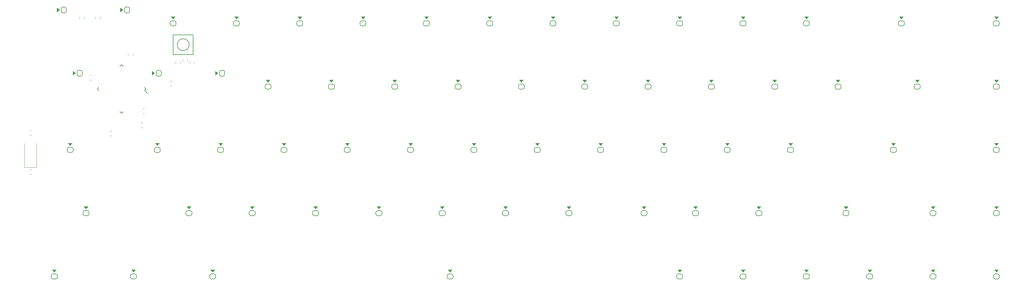
<source format=gbo>
%TF.GenerationSoftware,KiCad,Pcbnew,5.1.6-c6e7f7d~87~ubuntu20.04.1*%
%TF.CreationDate,2020-07-19T17:39:59-07:00*%
%TF.ProjectId,mrkeebstutorial,6d726b65-6562-4737-9475-746f7269616c,rev?*%
%TF.SameCoordinates,Original*%
%TF.FileFunction,Legend,Bot*%
%TF.FilePolarity,Positive*%
%FSLAX46Y46*%
G04 Gerber Fmt 4.6, Leading zero omitted, Abs format (unit mm)*
G04 Created by KiCad (PCBNEW 5.1.6-c6e7f7d~87~ubuntu20.04.1) date 2020-07-19 17:39:59*
%MOMM*%
%LPD*%
G01*
G04 APERTURE LIST*
%ADD10C,0.150000*%
%ADD11C,0.120000*%
%ADD12C,0.100000*%
G04 APERTURE END LIST*
D10*
%TO.C,SWP1*%
X-375000000Y329437500D02*
X-369000000Y329437500D01*
X-369000000Y329437500D02*
X-369000000Y335437500D01*
X-369000000Y335437500D02*
X-375000000Y335437500D01*
X-375000000Y335437500D02*
X-375000000Y329437500D01*
X-370203949Y332437500D02*
G75*
G03*
X-370203949Y332437500I-1796051J0D01*
G01*
D11*
%TO.C,R5*%
X-375930002Y321522500D02*
X-375407498Y321522500D01*
X-375930002Y320102500D02*
X-375407498Y320102500D01*
%TO.C,R4*%
X-398378750Y340257498D02*
X-398378750Y340780002D01*
X-396958750Y340257498D02*
X-396958750Y340780002D01*
%TO.C,R3*%
X-403141250Y340257498D02*
X-403141250Y340780002D01*
X-401721250Y340257498D02*
X-401721250Y340780002D01*
%TO.C,R2*%
X-369991250Y326844998D02*
X-369991250Y327367502D01*
X-368571250Y326844998D02*
X-368571250Y327367502D01*
%TO.C,R1*%
X-372883750Y327367502D02*
X-372883750Y326844998D01*
X-374303750Y327367502D02*
X-374303750Y326844998D01*
D10*
%TO.C,U1*%
X-383206445Y319087500D02*
X-383613031Y318680914D01*
X-390525000Y326406055D02*
X-391002297Y325928758D01*
X-397843555Y319087500D02*
X-397366258Y319564797D01*
X-390525000Y311768945D02*
X-390047703Y312246242D01*
X-383206445Y319087500D02*
X-383683742Y319564797D01*
X-390525000Y311768945D02*
X-391002297Y312246242D01*
X-397843555Y319087500D02*
X-397366258Y318610203D01*
X-390525000Y326406055D02*
X-390047703Y325928758D01*
X-383613031Y318680914D02*
X-382711470Y317779352D01*
D11*
%TO.C,C5*%
X-370727500Y327401248D02*
X-370727500Y327923752D01*
X-372147500Y327401248D02*
X-372147500Y327923752D01*
D12*
%TO.C,D20*%
G36*
X-327421875Y321068750D02*
G01*
X-326821875Y321868750D01*
X-328021875Y321868750D01*
X-327421875Y321068750D01*
G37*
X-327421875Y321068750D02*
X-326821875Y321868750D01*
X-328021875Y321868750D01*
X-327421875Y321068750D01*
D10*
X-328321875Y320068712D02*
X-328321875Y319568750D01*
X-327021875Y319068750D02*
X-327821875Y319068750D01*
X-326521875Y319568788D02*
X-326521875Y320068750D01*
X-327021875Y320568750D02*
X-327821875Y320568750D01*
X-326521875Y320068750D02*
G75*
G03*
X-327021875Y320568750I-500000J0D01*
G01*
X-327021875Y319068750D02*
G75*
G03*
X-326521875Y319568750I0J500000D01*
G01*
X-328321875Y319568750D02*
G75*
G03*
X-327821875Y319068750I500000J0D01*
G01*
X-327821875Y320568750D02*
G75*
G03*
X-328321875Y320068750I0J-500000D01*
G01*
D12*
%TO.C,D68*%
G36*
X-127396875Y263918750D02*
G01*
X-126796875Y264718750D01*
X-127996875Y264718750D01*
X-127396875Y263918750D01*
G37*
X-127396875Y263918750D02*
X-126796875Y264718750D01*
X-127996875Y264718750D01*
X-127396875Y263918750D01*
D10*
X-128296875Y262918712D02*
X-128296875Y262418750D01*
X-126996875Y261918750D02*
X-127796875Y261918750D01*
X-126496875Y262418788D02*
X-126496875Y262918750D01*
X-126996875Y263418750D02*
X-127796875Y263418750D01*
X-126496875Y262918750D02*
G75*
G03*
X-126996875Y263418750I-500000J0D01*
G01*
X-126996875Y261918750D02*
G75*
G03*
X-126496875Y262418750I0J500000D01*
G01*
X-128296875Y262418750D02*
G75*
G03*
X-127796875Y261918750I500000J0D01*
G01*
X-127796875Y263418750D02*
G75*
G03*
X-128296875Y262918750I0J-500000D01*
G01*
D12*
%TO.C,D67*%
G36*
X-146446875Y263918750D02*
G01*
X-145846875Y264718750D01*
X-147046875Y264718750D01*
X-146446875Y263918750D01*
G37*
X-146446875Y263918750D02*
X-145846875Y264718750D01*
X-147046875Y264718750D01*
X-146446875Y263918750D01*
D10*
X-147346875Y262918712D02*
X-147346875Y262418750D01*
X-146046875Y261918750D02*
X-146846875Y261918750D01*
X-145546875Y262418788D02*
X-145546875Y262918750D01*
X-146046875Y263418750D02*
X-146846875Y263418750D01*
X-145546875Y262918750D02*
G75*
G03*
X-146046875Y263418750I-500000J0D01*
G01*
X-146046875Y261918750D02*
G75*
G03*
X-145546875Y262418750I0J500000D01*
G01*
X-147346875Y262418750D02*
G75*
G03*
X-146846875Y261918750I500000J0D01*
G01*
X-146846875Y263418750D02*
G75*
G03*
X-147346875Y262918750I0J-500000D01*
G01*
D12*
%TO.C,D66*%
G36*
X-165496875Y263918750D02*
G01*
X-164896875Y264718750D01*
X-166096875Y264718750D01*
X-165496875Y263918750D01*
G37*
X-165496875Y263918750D02*
X-164896875Y264718750D01*
X-166096875Y264718750D01*
X-165496875Y263918750D01*
D10*
X-166396875Y262918712D02*
X-166396875Y262418750D01*
X-165096875Y261918750D02*
X-165896875Y261918750D01*
X-164596875Y262418788D02*
X-164596875Y262918750D01*
X-165096875Y263418750D02*
X-165896875Y263418750D01*
X-164596875Y262918750D02*
G75*
G03*
X-165096875Y263418750I-500000J0D01*
G01*
X-165096875Y261918750D02*
G75*
G03*
X-164596875Y262418750I0J500000D01*
G01*
X-166396875Y262418750D02*
G75*
G03*
X-165896875Y261918750I500000J0D01*
G01*
X-165896875Y263418750D02*
G75*
G03*
X-166396875Y262918750I0J-500000D01*
G01*
D12*
%TO.C,D65*%
G36*
X-184546875Y263918750D02*
G01*
X-183946875Y264718750D01*
X-185146875Y264718750D01*
X-184546875Y263918750D01*
G37*
X-184546875Y263918750D02*
X-183946875Y264718750D01*
X-185146875Y264718750D01*
X-184546875Y263918750D01*
D10*
X-185446875Y262918712D02*
X-185446875Y262418750D01*
X-184146875Y261918750D02*
X-184946875Y261918750D01*
X-183646875Y262418788D02*
X-183646875Y262918750D01*
X-184146875Y263418750D02*
X-184946875Y263418750D01*
X-183646875Y262918750D02*
G75*
G03*
X-184146875Y263418750I-500000J0D01*
G01*
X-184146875Y261918750D02*
G75*
G03*
X-183646875Y262418750I0J500000D01*
G01*
X-185446875Y262418750D02*
G75*
G03*
X-184946875Y261918750I500000J0D01*
G01*
X-184946875Y263418750D02*
G75*
G03*
X-185446875Y262918750I0J-500000D01*
G01*
D12*
%TO.C,D64*%
G36*
X-203596875Y263918750D02*
G01*
X-202996875Y264718750D01*
X-204196875Y264718750D01*
X-203596875Y263918750D01*
G37*
X-203596875Y263918750D02*
X-202996875Y264718750D01*
X-204196875Y264718750D01*
X-203596875Y263918750D01*
D10*
X-204496875Y262918712D02*
X-204496875Y262418750D01*
X-203196875Y261918750D02*
X-203996875Y261918750D01*
X-202696875Y262418788D02*
X-202696875Y262918750D01*
X-203196875Y263418750D02*
X-203996875Y263418750D01*
X-202696875Y262918750D02*
G75*
G03*
X-203196875Y263418750I-500000J0D01*
G01*
X-203196875Y261918750D02*
G75*
G03*
X-202696875Y262418750I0J500000D01*
G01*
X-204496875Y262418750D02*
G75*
G03*
X-203996875Y261918750I500000J0D01*
G01*
X-203996875Y263418750D02*
G75*
G03*
X-204496875Y262918750I0J-500000D01*
G01*
D12*
%TO.C,D63*%
G36*
X-222646875Y263918750D02*
G01*
X-222046875Y264718750D01*
X-223246875Y264718750D01*
X-222646875Y263918750D01*
G37*
X-222646875Y263918750D02*
X-222046875Y264718750D01*
X-223246875Y264718750D01*
X-222646875Y263918750D01*
D10*
X-223546875Y262918712D02*
X-223546875Y262418750D01*
X-222246875Y261918750D02*
X-223046875Y261918750D01*
X-221746875Y262418788D02*
X-221746875Y262918750D01*
X-222246875Y263418750D02*
X-223046875Y263418750D01*
X-221746875Y262918750D02*
G75*
G03*
X-222246875Y263418750I-500000J0D01*
G01*
X-222246875Y261918750D02*
G75*
G03*
X-221746875Y262418750I0J500000D01*
G01*
X-223546875Y262418750D02*
G75*
G03*
X-223046875Y261918750I500000J0D01*
G01*
X-223046875Y263418750D02*
G75*
G03*
X-223546875Y262918750I0J-500000D01*
G01*
D12*
%TO.C,D62*%
G36*
X-291703125Y263918750D02*
G01*
X-291103125Y264718750D01*
X-292303125Y264718750D01*
X-291703125Y263918750D01*
G37*
X-291703125Y263918750D02*
X-291103125Y264718750D01*
X-292303125Y264718750D01*
X-291703125Y263918750D01*
D10*
X-292603125Y262918712D02*
X-292603125Y262418750D01*
X-291303125Y261918750D02*
X-292103125Y261918750D01*
X-290803125Y262418788D02*
X-290803125Y262918750D01*
X-291303125Y263418750D02*
X-292103125Y263418750D01*
X-290803125Y262918750D02*
G75*
G03*
X-291303125Y263418750I-500000J0D01*
G01*
X-291303125Y261918750D02*
G75*
G03*
X-290803125Y262418750I0J500000D01*
G01*
X-292603125Y262418750D02*
G75*
G03*
X-292103125Y261918750I500000J0D01*
G01*
X-292103125Y263418750D02*
G75*
G03*
X-292603125Y262918750I0J-500000D01*
G01*
D12*
%TO.C,D61*%
G36*
X-363140625Y263918750D02*
G01*
X-362540625Y264718750D01*
X-363740625Y264718750D01*
X-363140625Y263918750D01*
G37*
X-363140625Y263918750D02*
X-362540625Y264718750D01*
X-363740625Y264718750D01*
X-363140625Y263918750D01*
D10*
X-364040625Y262918712D02*
X-364040625Y262418750D01*
X-362740625Y261918750D02*
X-363540625Y261918750D01*
X-362240625Y262418788D02*
X-362240625Y262918750D01*
X-362740625Y263418750D02*
X-363540625Y263418750D01*
X-362240625Y262918750D02*
G75*
G03*
X-362740625Y263418750I-500000J0D01*
G01*
X-362740625Y261918750D02*
G75*
G03*
X-362240625Y262418750I0J500000D01*
G01*
X-364040625Y262418750D02*
G75*
G03*
X-363540625Y261918750I500000J0D01*
G01*
X-363540625Y263418750D02*
G75*
G03*
X-364040625Y262918750I0J-500000D01*
G01*
D12*
%TO.C,D60*%
G36*
X-386953125Y263918750D02*
G01*
X-386353125Y264718750D01*
X-387553125Y264718750D01*
X-386953125Y263918750D01*
G37*
X-386953125Y263918750D02*
X-386353125Y264718750D01*
X-387553125Y264718750D01*
X-386953125Y263918750D01*
D10*
X-387853125Y262918712D02*
X-387853125Y262418750D01*
X-386553125Y261918750D02*
X-387353125Y261918750D01*
X-386053125Y262418788D02*
X-386053125Y262918750D01*
X-386553125Y263418750D02*
X-387353125Y263418750D01*
X-386053125Y262918750D02*
G75*
G03*
X-386553125Y263418750I-500000J0D01*
G01*
X-386553125Y261918750D02*
G75*
G03*
X-386053125Y262418750I0J500000D01*
G01*
X-387853125Y262418750D02*
G75*
G03*
X-387353125Y261918750I500000J0D01*
G01*
X-387353125Y263418750D02*
G75*
G03*
X-387853125Y262918750I0J-500000D01*
G01*
D12*
%TO.C,D59*%
G36*
X-410765625Y263918750D02*
G01*
X-410165625Y264718750D01*
X-411365625Y264718750D01*
X-410765625Y263918750D01*
G37*
X-410765625Y263918750D02*
X-410165625Y264718750D01*
X-411365625Y264718750D01*
X-410765625Y263918750D01*
D10*
X-411665625Y262918712D02*
X-411665625Y262418750D01*
X-410365625Y261918750D02*
X-411165625Y261918750D01*
X-409865625Y262418788D02*
X-409865625Y262918750D01*
X-410365625Y263418750D02*
X-411165625Y263418750D01*
X-409865625Y262918750D02*
G75*
G03*
X-410365625Y263418750I-500000J0D01*
G01*
X-410365625Y261918750D02*
G75*
G03*
X-409865625Y262418750I0J500000D01*
G01*
X-411665625Y262418750D02*
G75*
G03*
X-411165625Y261918750I500000J0D01*
G01*
X-411165625Y263418750D02*
G75*
G03*
X-411665625Y262918750I0J-500000D01*
G01*
D12*
%TO.C,D58*%
G36*
X-127396875Y282968750D02*
G01*
X-126796875Y283768750D01*
X-127996875Y283768750D01*
X-127396875Y282968750D01*
G37*
X-127396875Y282968750D02*
X-126796875Y283768750D01*
X-127996875Y283768750D01*
X-127396875Y282968750D01*
D10*
X-128296875Y281968712D02*
X-128296875Y281468750D01*
X-126996875Y280968750D02*
X-127796875Y280968750D01*
X-126496875Y281468788D02*
X-126496875Y281968750D01*
X-126996875Y282468750D02*
X-127796875Y282468750D01*
X-126496875Y281968750D02*
G75*
G03*
X-126996875Y282468750I-500000J0D01*
G01*
X-126996875Y280968750D02*
G75*
G03*
X-126496875Y281468750I0J500000D01*
G01*
X-128296875Y281468750D02*
G75*
G03*
X-127796875Y280968750I500000J0D01*
G01*
X-127796875Y282468750D02*
G75*
G03*
X-128296875Y281968750I0J-500000D01*
G01*
D12*
%TO.C,D57*%
G36*
X-146446875Y282968750D02*
G01*
X-145846875Y283768750D01*
X-147046875Y283768750D01*
X-146446875Y282968750D01*
G37*
X-146446875Y282968750D02*
X-145846875Y283768750D01*
X-147046875Y283768750D01*
X-146446875Y282968750D01*
D10*
X-147346875Y281968712D02*
X-147346875Y281468750D01*
X-146046875Y280968750D02*
X-146846875Y280968750D01*
X-145546875Y281468788D02*
X-145546875Y281968750D01*
X-146046875Y282468750D02*
X-146846875Y282468750D01*
X-145546875Y281968750D02*
G75*
G03*
X-146046875Y282468750I-500000J0D01*
G01*
X-146046875Y280968750D02*
G75*
G03*
X-145546875Y281468750I0J500000D01*
G01*
X-147346875Y281468750D02*
G75*
G03*
X-146846875Y280968750I500000J0D01*
G01*
X-146846875Y282468750D02*
G75*
G03*
X-147346875Y281968750I0J-500000D01*
G01*
D12*
%TO.C,D56*%
G36*
X-172640625Y282968750D02*
G01*
X-172040625Y283768750D01*
X-173240625Y283768750D01*
X-172640625Y282968750D01*
G37*
X-172640625Y282968750D02*
X-172040625Y283768750D01*
X-173240625Y283768750D01*
X-172640625Y282968750D01*
D10*
X-173540625Y281968712D02*
X-173540625Y281468750D01*
X-172240625Y280968750D02*
X-173040625Y280968750D01*
X-171740625Y281468788D02*
X-171740625Y281968750D01*
X-172240625Y282468750D02*
X-173040625Y282468750D01*
X-171740625Y281968750D02*
G75*
G03*
X-172240625Y282468750I-500000J0D01*
G01*
X-172240625Y280968750D02*
G75*
G03*
X-171740625Y281468750I0J500000D01*
G01*
X-173540625Y281468750D02*
G75*
G03*
X-173040625Y280968750I500000J0D01*
G01*
X-173040625Y282468750D02*
G75*
G03*
X-173540625Y281968750I0J-500000D01*
G01*
D12*
%TO.C,D55*%
G36*
X-198834375Y282968750D02*
G01*
X-198234375Y283768750D01*
X-199434375Y283768750D01*
X-198834375Y282968750D01*
G37*
X-198834375Y282968750D02*
X-198234375Y283768750D01*
X-199434375Y283768750D01*
X-198834375Y282968750D01*
D10*
X-199734375Y281968712D02*
X-199734375Y281468750D01*
X-198434375Y280968750D02*
X-199234375Y280968750D01*
X-197934375Y281468788D02*
X-197934375Y281968750D01*
X-198434375Y282468750D02*
X-199234375Y282468750D01*
X-197934375Y281968750D02*
G75*
G03*
X-198434375Y282468750I-500000J0D01*
G01*
X-198434375Y280968750D02*
G75*
G03*
X-197934375Y281468750I0J500000D01*
G01*
X-199734375Y281468750D02*
G75*
G03*
X-199234375Y280968750I500000J0D01*
G01*
X-199234375Y282468750D02*
G75*
G03*
X-199734375Y281968750I0J-500000D01*
G01*
D12*
%TO.C,D54*%
G36*
X-217884375Y282968750D02*
G01*
X-217284375Y283768750D01*
X-218484375Y283768750D01*
X-217884375Y282968750D01*
G37*
X-217884375Y282968750D02*
X-217284375Y283768750D01*
X-218484375Y283768750D01*
X-217884375Y282968750D01*
D10*
X-218784375Y281968712D02*
X-218784375Y281468750D01*
X-217484375Y280968750D02*
X-218284375Y280968750D01*
X-216984375Y281468788D02*
X-216984375Y281968750D01*
X-217484375Y282468750D02*
X-218284375Y282468750D01*
X-216984375Y281968750D02*
G75*
G03*
X-217484375Y282468750I-500000J0D01*
G01*
X-217484375Y280968750D02*
G75*
G03*
X-216984375Y281468750I0J500000D01*
G01*
X-218784375Y281468750D02*
G75*
G03*
X-218284375Y280968750I500000J0D01*
G01*
X-218284375Y282468750D02*
G75*
G03*
X-218784375Y281968750I0J-500000D01*
G01*
D12*
%TO.C,D53*%
G36*
X-233362500Y282968750D02*
G01*
X-232762500Y283768750D01*
X-233962500Y283768750D01*
X-233362500Y282968750D01*
G37*
X-233362500Y282968750D02*
X-232762500Y283768750D01*
X-233962500Y283768750D01*
X-233362500Y282968750D01*
D10*
X-234262500Y281968712D02*
X-234262500Y281468750D01*
X-232962500Y280968750D02*
X-233762500Y280968750D01*
X-232462500Y281468788D02*
X-232462500Y281968750D01*
X-232962500Y282468750D02*
X-233762500Y282468750D01*
X-232462500Y281968750D02*
G75*
G03*
X-232962500Y282468750I-500000J0D01*
G01*
X-232962500Y280968750D02*
G75*
G03*
X-232462500Y281468750I0J500000D01*
G01*
X-234262500Y281468750D02*
G75*
G03*
X-233762500Y280968750I500000J0D01*
G01*
X-233762500Y282468750D02*
G75*
G03*
X-234262500Y281968750I0J-500000D01*
G01*
D12*
%TO.C,D52*%
G36*
X-255984375Y282968750D02*
G01*
X-255384375Y283768750D01*
X-256584375Y283768750D01*
X-255984375Y282968750D01*
G37*
X-255984375Y282968750D02*
X-255384375Y283768750D01*
X-256584375Y283768750D01*
X-255984375Y282968750D01*
D10*
X-256884375Y281968712D02*
X-256884375Y281468750D01*
X-255584375Y280968750D02*
X-256384375Y280968750D01*
X-255084375Y281468788D02*
X-255084375Y281968750D01*
X-255584375Y282468750D02*
X-256384375Y282468750D01*
X-255084375Y281968750D02*
G75*
G03*
X-255584375Y282468750I-500000J0D01*
G01*
X-255584375Y280968750D02*
G75*
G03*
X-255084375Y281468750I0J500000D01*
G01*
X-256884375Y281468750D02*
G75*
G03*
X-256384375Y280968750I500000J0D01*
G01*
X-256384375Y282468750D02*
G75*
G03*
X-256884375Y281968750I0J-500000D01*
G01*
D12*
%TO.C,D51*%
G36*
X-275034375Y282968750D02*
G01*
X-274434375Y283768750D01*
X-275634375Y283768750D01*
X-275034375Y282968750D01*
G37*
X-275034375Y282968750D02*
X-274434375Y283768750D01*
X-275634375Y283768750D01*
X-275034375Y282968750D01*
D10*
X-275934375Y281968712D02*
X-275934375Y281468750D01*
X-274634375Y280968750D02*
X-275434375Y280968750D01*
X-274134375Y281468788D02*
X-274134375Y281968750D01*
X-274634375Y282468750D02*
X-275434375Y282468750D01*
X-274134375Y281968750D02*
G75*
G03*
X-274634375Y282468750I-500000J0D01*
G01*
X-274634375Y280968750D02*
G75*
G03*
X-274134375Y281468750I0J500000D01*
G01*
X-275934375Y281468750D02*
G75*
G03*
X-275434375Y280968750I500000J0D01*
G01*
X-275434375Y282468750D02*
G75*
G03*
X-275934375Y281968750I0J-500000D01*
G01*
D12*
%TO.C,D50*%
G36*
X-294084375Y282968750D02*
G01*
X-293484375Y283768750D01*
X-294684375Y283768750D01*
X-294084375Y282968750D01*
G37*
X-294084375Y282968750D02*
X-293484375Y283768750D01*
X-294684375Y283768750D01*
X-294084375Y282968750D01*
D10*
X-294984375Y281968712D02*
X-294984375Y281468750D01*
X-293684375Y280968750D02*
X-294484375Y280968750D01*
X-293184375Y281468788D02*
X-293184375Y281968750D01*
X-293684375Y282468750D02*
X-294484375Y282468750D01*
X-293184375Y281968750D02*
G75*
G03*
X-293684375Y282468750I-500000J0D01*
G01*
X-293684375Y280968750D02*
G75*
G03*
X-293184375Y281468750I0J500000D01*
G01*
X-294984375Y281468750D02*
G75*
G03*
X-294484375Y280968750I500000J0D01*
G01*
X-294484375Y282468750D02*
G75*
G03*
X-294984375Y281968750I0J-500000D01*
G01*
D12*
%TO.C,D49*%
G36*
X-313134375Y282968750D02*
G01*
X-312534375Y283768750D01*
X-313734375Y283768750D01*
X-313134375Y282968750D01*
G37*
X-313134375Y282968750D02*
X-312534375Y283768750D01*
X-313734375Y283768750D01*
X-313134375Y282968750D01*
D10*
X-314034375Y281968712D02*
X-314034375Y281468750D01*
X-312734375Y280968750D02*
X-313534375Y280968750D01*
X-312234375Y281468788D02*
X-312234375Y281968750D01*
X-312734375Y282468750D02*
X-313534375Y282468750D01*
X-312234375Y281968750D02*
G75*
G03*
X-312734375Y282468750I-500000J0D01*
G01*
X-312734375Y280968750D02*
G75*
G03*
X-312234375Y281468750I0J500000D01*
G01*
X-314034375Y281468750D02*
G75*
G03*
X-313534375Y280968750I500000J0D01*
G01*
X-313534375Y282468750D02*
G75*
G03*
X-314034375Y281968750I0J-500000D01*
G01*
D12*
%TO.C,D48*%
G36*
X-332184375Y282968750D02*
G01*
X-331584375Y283768750D01*
X-332784375Y283768750D01*
X-332184375Y282968750D01*
G37*
X-332184375Y282968750D02*
X-331584375Y283768750D01*
X-332784375Y283768750D01*
X-332184375Y282968750D01*
D10*
X-333084375Y281968712D02*
X-333084375Y281468750D01*
X-331784375Y280968750D02*
X-332584375Y280968750D01*
X-331284375Y281468788D02*
X-331284375Y281968750D01*
X-331784375Y282468750D02*
X-332584375Y282468750D01*
X-331284375Y281968750D02*
G75*
G03*
X-331784375Y282468750I-500000J0D01*
G01*
X-331784375Y280968750D02*
G75*
G03*
X-331284375Y281468750I0J500000D01*
G01*
X-333084375Y281468750D02*
G75*
G03*
X-332584375Y280968750I500000J0D01*
G01*
X-332584375Y282468750D02*
G75*
G03*
X-333084375Y281968750I0J-500000D01*
G01*
D12*
%TO.C,D47*%
G36*
X-351234375Y282968750D02*
G01*
X-350634375Y283768750D01*
X-351834375Y283768750D01*
X-351234375Y282968750D01*
G37*
X-351234375Y282968750D02*
X-350634375Y283768750D01*
X-351834375Y283768750D01*
X-351234375Y282968750D01*
D10*
X-352134375Y281968712D02*
X-352134375Y281468750D01*
X-350834375Y280968750D02*
X-351634375Y280968750D01*
X-350334375Y281468788D02*
X-350334375Y281968750D01*
X-350834375Y282468750D02*
X-351634375Y282468750D01*
X-350334375Y281968750D02*
G75*
G03*
X-350834375Y282468750I-500000J0D01*
G01*
X-350834375Y280968750D02*
G75*
G03*
X-350334375Y281468750I0J500000D01*
G01*
X-352134375Y281468750D02*
G75*
G03*
X-351634375Y280968750I500000J0D01*
G01*
X-351634375Y282468750D02*
G75*
G03*
X-352134375Y281968750I0J-500000D01*
G01*
D12*
%TO.C,D46*%
G36*
X-370284375Y282968750D02*
G01*
X-369684375Y283768750D01*
X-370884375Y283768750D01*
X-370284375Y282968750D01*
G37*
X-370284375Y282968750D02*
X-369684375Y283768750D01*
X-370884375Y283768750D01*
X-370284375Y282968750D01*
D10*
X-371184375Y281968712D02*
X-371184375Y281468750D01*
X-369884375Y280968750D02*
X-370684375Y280968750D01*
X-369384375Y281468788D02*
X-369384375Y281968750D01*
X-369884375Y282468750D02*
X-370684375Y282468750D01*
X-369384375Y281968750D02*
G75*
G03*
X-369884375Y282468750I-500000J0D01*
G01*
X-369884375Y280968750D02*
G75*
G03*
X-369384375Y281468750I0J500000D01*
G01*
X-371184375Y281468750D02*
G75*
G03*
X-370684375Y280968750I500000J0D01*
G01*
X-370684375Y282468750D02*
G75*
G03*
X-371184375Y281968750I0J-500000D01*
G01*
D12*
%TO.C,D45*%
G36*
X-401240625Y282968750D02*
G01*
X-400640625Y283768750D01*
X-401840625Y283768750D01*
X-401240625Y282968750D01*
G37*
X-401240625Y282968750D02*
X-400640625Y283768750D01*
X-401840625Y283768750D01*
X-401240625Y282968750D01*
D10*
X-402140625Y281968712D02*
X-402140625Y281468750D01*
X-400840625Y280968750D02*
X-401640625Y280968750D01*
X-400340625Y281468788D02*
X-400340625Y281968750D01*
X-400840625Y282468750D02*
X-401640625Y282468750D01*
X-400340625Y281968750D02*
G75*
G03*
X-400840625Y282468750I-500000J0D01*
G01*
X-400840625Y280968750D02*
G75*
G03*
X-400340625Y281468750I0J500000D01*
G01*
X-402140625Y281468750D02*
G75*
G03*
X-401640625Y280968750I500000J0D01*
G01*
X-401640625Y282468750D02*
G75*
G03*
X-402140625Y281968750I0J-500000D01*
G01*
D12*
%TO.C,D44*%
G36*
X-127396875Y302018750D02*
G01*
X-126796875Y302818750D01*
X-127996875Y302818750D01*
X-127396875Y302018750D01*
G37*
X-127396875Y302018750D02*
X-126796875Y302818750D01*
X-127996875Y302818750D01*
X-127396875Y302018750D01*
D10*
X-128296875Y301018712D02*
X-128296875Y300518750D01*
X-126996875Y300018750D02*
X-127796875Y300018750D01*
X-126496875Y300518788D02*
X-126496875Y301018750D01*
X-126996875Y301518750D02*
X-127796875Y301518750D01*
X-126496875Y301018750D02*
G75*
G03*
X-126996875Y301518750I-500000J0D01*
G01*
X-126996875Y300018750D02*
G75*
G03*
X-126496875Y300518750I0J500000D01*
G01*
X-128296875Y300518750D02*
G75*
G03*
X-127796875Y300018750I500000J0D01*
G01*
X-127796875Y301518750D02*
G75*
G03*
X-128296875Y301018750I0J-500000D01*
G01*
D12*
%TO.C,D43*%
G36*
X-158353125Y302018750D02*
G01*
X-157753125Y302818750D01*
X-158953125Y302818750D01*
X-158353125Y302018750D01*
G37*
X-158353125Y302018750D02*
X-157753125Y302818750D01*
X-158953125Y302818750D01*
X-158353125Y302018750D01*
D10*
X-159253125Y301018712D02*
X-159253125Y300518750D01*
X-157953125Y300018750D02*
X-158753125Y300018750D01*
X-157453125Y300518788D02*
X-157453125Y301018750D01*
X-157953125Y301518750D02*
X-158753125Y301518750D01*
X-157453125Y301018750D02*
G75*
G03*
X-157953125Y301518750I-500000J0D01*
G01*
X-157953125Y300018750D02*
G75*
G03*
X-157453125Y300518750I0J500000D01*
G01*
X-159253125Y300518750D02*
G75*
G03*
X-158753125Y300018750I500000J0D01*
G01*
X-158753125Y301518750D02*
G75*
G03*
X-159253125Y301018750I0J-500000D01*
G01*
D12*
%TO.C,D42*%
G36*
X-189309375Y302018750D02*
G01*
X-188709375Y302818750D01*
X-189909375Y302818750D01*
X-189309375Y302018750D01*
G37*
X-189309375Y302018750D02*
X-188709375Y302818750D01*
X-189909375Y302818750D01*
X-189309375Y302018750D01*
D10*
X-190209375Y301018712D02*
X-190209375Y300518750D01*
X-188909375Y300018750D02*
X-189709375Y300018750D01*
X-188409375Y300518788D02*
X-188409375Y301018750D01*
X-188909375Y301518750D02*
X-189709375Y301518750D01*
X-188409375Y301018750D02*
G75*
G03*
X-188909375Y301518750I-500000J0D01*
G01*
X-188909375Y300018750D02*
G75*
G03*
X-188409375Y300518750I0J500000D01*
G01*
X-190209375Y300518750D02*
G75*
G03*
X-189709375Y300018750I500000J0D01*
G01*
X-189709375Y301518750D02*
G75*
G03*
X-190209375Y301018750I0J-500000D01*
G01*
D12*
%TO.C,D41*%
G36*
X-208359375Y302018750D02*
G01*
X-207759375Y302818750D01*
X-208959375Y302818750D01*
X-208359375Y302018750D01*
G37*
X-208359375Y302018750D02*
X-207759375Y302818750D01*
X-208959375Y302818750D01*
X-208359375Y302018750D01*
D10*
X-209259375Y301018712D02*
X-209259375Y300518750D01*
X-207959375Y300018750D02*
X-208759375Y300018750D01*
X-207459375Y300518788D02*
X-207459375Y301018750D01*
X-207959375Y301518750D02*
X-208759375Y301518750D01*
X-207459375Y301018750D02*
G75*
G03*
X-207959375Y301518750I-500000J0D01*
G01*
X-207959375Y300018750D02*
G75*
G03*
X-207459375Y300518750I0J500000D01*
G01*
X-209259375Y300518750D02*
G75*
G03*
X-208759375Y300018750I500000J0D01*
G01*
X-208759375Y301518750D02*
G75*
G03*
X-209259375Y301018750I0J-500000D01*
G01*
D12*
%TO.C,D40*%
G36*
X-227409375Y302018750D02*
G01*
X-226809375Y302818750D01*
X-228009375Y302818750D01*
X-227409375Y302018750D01*
G37*
X-227409375Y302018750D02*
X-226809375Y302818750D01*
X-228009375Y302818750D01*
X-227409375Y302018750D01*
D10*
X-228309375Y301018712D02*
X-228309375Y300518750D01*
X-227009375Y300018750D02*
X-227809375Y300018750D01*
X-226509375Y300518788D02*
X-226509375Y301018750D01*
X-227009375Y301518750D02*
X-227809375Y301518750D01*
X-226509375Y301018750D02*
G75*
G03*
X-227009375Y301518750I-500000J0D01*
G01*
X-227009375Y300018750D02*
G75*
G03*
X-226509375Y300518750I0J500000D01*
G01*
X-228309375Y300518750D02*
G75*
G03*
X-227809375Y300018750I500000J0D01*
G01*
X-227809375Y301518750D02*
G75*
G03*
X-228309375Y301018750I0J-500000D01*
G01*
D12*
%TO.C,D39*%
G36*
X-246459375Y302018750D02*
G01*
X-245859375Y302818750D01*
X-247059375Y302818750D01*
X-246459375Y302018750D01*
G37*
X-246459375Y302018750D02*
X-245859375Y302818750D01*
X-247059375Y302818750D01*
X-246459375Y302018750D01*
D10*
X-247359375Y301018712D02*
X-247359375Y300518750D01*
X-246059375Y300018750D02*
X-246859375Y300018750D01*
X-245559375Y300518788D02*
X-245559375Y301018750D01*
X-246059375Y301518750D02*
X-246859375Y301518750D01*
X-245559375Y301018750D02*
G75*
G03*
X-246059375Y301518750I-500000J0D01*
G01*
X-246059375Y300018750D02*
G75*
G03*
X-245559375Y300518750I0J500000D01*
G01*
X-247359375Y300518750D02*
G75*
G03*
X-246859375Y300018750I500000J0D01*
G01*
X-246859375Y301518750D02*
G75*
G03*
X-247359375Y301018750I0J-500000D01*
G01*
D12*
%TO.C,D38*%
G36*
X-265509375Y302018750D02*
G01*
X-264909375Y302818750D01*
X-266109375Y302818750D01*
X-265509375Y302018750D01*
G37*
X-265509375Y302018750D02*
X-264909375Y302818750D01*
X-266109375Y302818750D01*
X-265509375Y302018750D01*
D10*
X-266409375Y301018712D02*
X-266409375Y300518750D01*
X-265109375Y300018750D02*
X-265909375Y300018750D01*
X-264609375Y300518788D02*
X-264609375Y301018750D01*
X-265109375Y301518750D02*
X-265909375Y301518750D01*
X-264609375Y301018750D02*
G75*
G03*
X-265109375Y301518750I-500000J0D01*
G01*
X-265109375Y300018750D02*
G75*
G03*
X-264609375Y300518750I0J500000D01*
G01*
X-266409375Y300518750D02*
G75*
G03*
X-265909375Y300018750I500000J0D01*
G01*
X-265909375Y301518750D02*
G75*
G03*
X-266409375Y301018750I0J-500000D01*
G01*
D12*
%TO.C,D37*%
G36*
X-284559375Y302018750D02*
G01*
X-283959375Y302818750D01*
X-285159375Y302818750D01*
X-284559375Y302018750D01*
G37*
X-284559375Y302018750D02*
X-283959375Y302818750D01*
X-285159375Y302818750D01*
X-284559375Y302018750D01*
D10*
X-285459375Y301018712D02*
X-285459375Y300518750D01*
X-284159375Y300018750D02*
X-284959375Y300018750D01*
X-283659375Y300518788D02*
X-283659375Y301018750D01*
X-284159375Y301518750D02*
X-284959375Y301518750D01*
X-283659375Y301018750D02*
G75*
G03*
X-284159375Y301518750I-500000J0D01*
G01*
X-284159375Y300018750D02*
G75*
G03*
X-283659375Y300518750I0J500000D01*
G01*
X-285459375Y300518750D02*
G75*
G03*
X-284959375Y300018750I500000J0D01*
G01*
X-284959375Y301518750D02*
G75*
G03*
X-285459375Y301018750I0J-500000D01*
G01*
D12*
%TO.C,D36*%
G36*
X-303609375Y302018750D02*
G01*
X-303009375Y302818750D01*
X-304209375Y302818750D01*
X-303609375Y302018750D01*
G37*
X-303609375Y302018750D02*
X-303009375Y302818750D01*
X-304209375Y302818750D01*
X-303609375Y302018750D01*
D10*
X-304509375Y301018712D02*
X-304509375Y300518750D01*
X-303209375Y300018750D02*
X-304009375Y300018750D01*
X-302709375Y300518788D02*
X-302709375Y301018750D01*
X-303209375Y301518750D02*
X-304009375Y301518750D01*
X-302709375Y301018750D02*
G75*
G03*
X-303209375Y301518750I-500000J0D01*
G01*
X-303209375Y300018750D02*
G75*
G03*
X-302709375Y300518750I0J500000D01*
G01*
X-304509375Y300518750D02*
G75*
G03*
X-304009375Y300018750I500000J0D01*
G01*
X-304009375Y301518750D02*
G75*
G03*
X-304509375Y301018750I0J-500000D01*
G01*
D12*
%TO.C,D35*%
G36*
X-322659375Y302018750D02*
G01*
X-322059375Y302818750D01*
X-323259375Y302818750D01*
X-322659375Y302018750D01*
G37*
X-322659375Y302018750D02*
X-322059375Y302818750D01*
X-323259375Y302818750D01*
X-322659375Y302018750D01*
D10*
X-323559375Y301018712D02*
X-323559375Y300518750D01*
X-322259375Y300018750D02*
X-323059375Y300018750D01*
X-321759375Y300518788D02*
X-321759375Y301018750D01*
X-322259375Y301518750D02*
X-323059375Y301518750D01*
X-321759375Y301018750D02*
G75*
G03*
X-322259375Y301518750I-500000J0D01*
G01*
X-322259375Y300018750D02*
G75*
G03*
X-321759375Y300518750I0J500000D01*
G01*
X-323559375Y300518750D02*
G75*
G03*
X-323059375Y300018750I500000J0D01*
G01*
X-323059375Y301518750D02*
G75*
G03*
X-323559375Y301018750I0J-500000D01*
G01*
D12*
%TO.C,D34*%
G36*
X-341709375Y302018750D02*
G01*
X-341109375Y302818750D01*
X-342309375Y302818750D01*
X-341709375Y302018750D01*
G37*
X-341709375Y302018750D02*
X-341109375Y302818750D01*
X-342309375Y302818750D01*
X-341709375Y302018750D01*
D10*
X-342609375Y301018712D02*
X-342609375Y300518750D01*
X-341309375Y300018750D02*
X-342109375Y300018750D01*
X-340809375Y300518788D02*
X-340809375Y301018750D01*
X-341309375Y301518750D02*
X-342109375Y301518750D01*
X-340809375Y301018750D02*
G75*
G03*
X-341309375Y301518750I-500000J0D01*
G01*
X-341309375Y300018750D02*
G75*
G03*
X-340809375Y300518750I0J500000D01*
G01*
X-342609375Y300518750D02*
G75*
G03*
X-342109375Y300018750I500000J0D01*
G01*
X-342109375Y301518750D02*
G75*
G03*
X-342609375Y301018750I0J-500000D01*
G01*
D12*
%TO.C,D33*%
G36*
X-360759375Y302018750D02*
G01*
X-360159375Y302818750D01*
X-361359375Y302818750D01*
X-360759375Y302018750D01*
G37*
X-360759375Y302018750D02*
X-360159375Y302818750D01*
X-361359375Y302818750D01*
X-360759375Y302018750D01*
D10*
X-361659375Y301018712D02*
X-361659375Y300518750D01*
X-360359375Y300018750D02*
X-361159375Y300018750D01*
X-359859375Y300518788D02*
X-359859375Y301018750D01*
X-360359375Y301518750D02*
X-361159375Y301518750D01*
X-359859375Y301018750D02*
G75*
G03*
X-360359375Y301518750I-500000J0D01*
G01*
X-360359375Y300018750D02*
G75*
G03*
X-359859375Y300518750I0J500000D01*
G01*
X-361659375Y300518750D02*
G75*
G03*
X-361159375Y300018750I500000J0D01*
G01*
X-361159375Y301518750D02*
G75*
G03*
X-361659375Y301018750I0J-500000D01*
G01*
D12*
%TO.C,D32*%
G36*
X-379809375Y302018750D02*
G01*
X-379209375Y302818750D01*
X-380409375Y302818750D01*
X-379809375Y302018750D01*
G37*
X-379809375Y302018750D02*
X-379209375Y302818750D01*
X-380409375Y302818750D01*
X-379809375Y302018750D01*
D10*
X-380709375Y301018712D02*
X-380709375Y300518750D01*
X-379409375Y300018750D02*
X-380209375Y300018750D01*
X-378909375Y300518788D02*
X-378909375Y301018750D01*
X-379409375Y301518750D02*
X-380209375Y301518750D01*
X-378909375Y301018750D02*
G75*
G03*
X-379409375Y301518750I-500000J0D01*
G01*
X-379409375Y300018750D02*
G75*
G03*
X-378909375Y300518750I0J500000D01*
G01*
X-380709375Y300518750D02*
G75*
G03*
X-380209375Y300018750I500000J0D01*
G01*
X-380209375Y301518750D02*
G75*
G03*
X-380709375Y301018750I0J-500000D01*
G01*
D12*
%TO.C,D31*%
G36*
X-406003125Y302018750D02*
G01*
X-405403125Y302818750D01*
X-406603125Y302818750D01*
X-406003125Y302018750D01*
G37*
X-406003125Y302018750D02*
X-405403125Y302818750D01*
X-406603125Y302818750D01*
X-406003125Y302018750D01*
D10*
X-406903125Y301018712D02*
X-406903125Y300518750D01*
X-405603125Y300018750D02*
X-406403125Y300018750D01*
X-405103125Y300518788D02*
X-405103125Y301018750D01*
X-405603125Y301518750D02*
X-406403125Y301518750D01*
X-405103125Y301018750D02*
G75*
G03*
X-405603125Y301518750I-500000J0D01*
G01*
X-405603125Y300018750D02*
G75*
G03*
X-405103125Y300518750I0J500000D01*
G01*
X-406903125Y300518750D02*
G75*
G03*
X-406403125Y300018750I500000J0D01*
G01*
X-406403125Y301518750D02*
G75*
G03*
X-406903125Y301018750I0J-500000D01*
G01*
D12*
%TO.C,D30*%
G36*
X-127396875Y321068750D02*
G01*
X-126796875Y321868750D01*
X-127996875Y321868750D01*
X-127396875Y321068750D01*
G37*
X-127396875Y321068750D02*
X-126796875Y321868750D01*
X-127996875Y321868750D01*
X-127396875Y321068750D01*
D10*
X-128296875Y320068712D02*
X-128296875Y319568750D01*
X-126996875Y319068750D02*
X-127796875Y319068750D01*
X-126496875Y319568788D02*
X-126496875Y320068750D01*
X-126996875Y320568750D02*
X-127796875Y320568750D01*
X-126496875Y320068750D02*
G75*
G03*
X-126996875Y320568750I-500000J0D01*
G01*
X-126996875Y319068750D02*
G75*
G03*
X-126496875Y319568750I0J500000D01*
G01*
X-128296875Y319568750D02*
G75*
G03*
X-127796875Y319068750I500000J0D01*
G01*
X-127796875Y320568750D02*
G75*
G03*
X-128296875Y320068750I0J-500000D01*
G01*
D12*
%TO.C,D29*%
G36*
X-151209375Y321068750D02*
G01*
X-150609375Y321868750D01*
X-151809375Y321868750D01*
X-151209375Y321068750D01*
G37*
X-151209375Y321068750D02*
X-150609375Y321868750D01*
X-151809375Y321868750D01*
X-151209375Y321068750D01*
D10*
X-152109375Y320068712D02*
X-152109375Y319568750D01*
X-150809375Y319068750D02*
X-151609375Y319068750D01*
X-150309375Y319568788D02*
X-150309375Y320068750D01*
X-150809375Y320568750D02*
X-151609375Y320568750D01*
X-150309375Y320068750D02*
G75*
G03*
X-150809375Y320568750I-500000J0D01*
G01*
X-150809375Y319068750D02*
G75*
G03*
X-150309375Y319568750I0J500000D01*
G01*
X-152109375Y319568750D02*
G75*
G03*
X-151609375Y319068750I500000J0D01*
G01*
X-151609375Y320568750D02*
G75*
G03*
X-152109375Y320068750I0J-500000D01*
G01*
D12*
%TO.C,D28*%
G36*
X-175021875Y321068750D02*
G01*
X-174421875Y321868750D01*
X-175621875Y321868750D01*
X-175021875Y321068750D01*
G37*
X-175021875Y321068750D02*
X-174421875Y321868750D01*
X-175621875Y321868750D01*
X-175021875Y321068750D01*
D10*
X-175921875Y320068712D02*
X-175921875Y319568750D01*
X-174621875Y319068750D02*
X-175421875Y319068750D01*
X-174121875Y319568788D02*
X-174121875Y320068750D01*
X-174621875Y320568750D02*
X-175421875Y320568750D01*
X-174121875Y320068750D02*
G75*
G03*
X-174621875Y320568750I-500000J0D01*
G01*
X-174621875Y319068750D02*
G75*
G03*
X-174121875Y319568750I0J500000D01*
G01*
X-175921875Y319568750D02*
G75*
G03*
X-175421875Y319068750I500000J0D01*
G01*
X-175421875Y320568750D02*
G75*
G03*
X-175921875Y320068750I0J-500000D01*
G01*
D12*
%TO.C,D27*%
G36*
X-194071875Y321068750D02*
G01*
X-193471875Y321868750D01*
X-194671875Y321868750D01*
X-194071875Y321068750D01*
G37*
X-194071875Y321068750D02*
X-193471875Y321868750D01*
X-194671875Y321868750D01*
X-194071875Y321068750D01*
D10*
X-194971875Y320068712D02*
X-194971875Y319568750D01*
X-193671875Y319068750D02*
X-194471875Y319068750D01*
X-193171875Y319568788D02*
X-193171875Y320068750D01*
X-193671875Y320568750D02*
X-194471875Y320568750D01*
X-193171875Y320068750D02*
G75*
G03*
X-193671875Y320568750I-500000J0D01*
G01*
X-193671875Y319068750D02*
G75*
G03*
X-193171875Y319568750I0J500000D01*
G01*
X-194971875Y319568750D02*
G75*
G03*
X-194471875Y319068750I500000J0D01*
G01*
X-194471875Y320568750D02*
G75*
G03*
X-194971875Y320068750I0J-500000D01*
G01*
D12*
%TO.C,D26*%
G36*
X-213121875Y321068750D02*
G01*
X-212521875Y321868750D01*
X-213721875Y321868750D01*
X-213121875Y321068750D01*
G37*
X-213121875Y321068750D02*
X-212521875Y321868750D01*
X-213721875Y321868750D01*
X-213121875Y321068750D01*
D10*
X-214021875Y320068712D02*
X-214021875Y319568750D01*
X-212721875Y319068750D02*
X-213521875Y319068750D01*
X-212221875Y319568788D02*
X-212221875Y320068750D01*
X-212721875Y320568750D02*
X-213521875Y320568750D01*
X-212221875Y320068750D02*
G75*
G03*
X-212721875Y320568750I-500000J0D01*
G01*
X-212721875Y319068750D02*
G75*
G03*
X-212221875Y319568750I0J500000D01*
G01*
X-214021875Y319568750D02*
G75*
G03*
X-213521875Y319068750I500000J0D01*
G01*
X-213521875Y320568750D02*
G75*
G03*
X-214021875Y320068750I0J-500000D01*
G01*
D12*
%TO.C,D25*%
G36*
X-232171875Y321068750D02*
G01*
X-231571875Y321868750D01*
X-232771875Y321868750D01*
X-232171875Y321068750D01*
G37*
X-232171875Y321068750D02*
X-231571875Y321868750D01*
X-232771875Y321868750D01*
X-232171875Y321068750D01*
D10*
X-233071875Y320068712D02*
X-233071875Y319568750D01*
X-231771875Y319068750D02*
X-232571875Y319068750D01*
X-231271875Y319568788D02*
X-231271875Y320068750D01*
X-231771875Y320568750D02*
X-232571875Y320568750D01*
X-231271875Y320068750D02*
G75*
G03*
X-231771875Y320568750I-500000J0D01*
G01*
X-231771875Y319068750D02*
G75*
G03*
X-231271875Y319568750I0J500000D01*
G01*
X-233071875Y319568750D02*
G75*
G03*
X-232571875Y319068750I500000J0D01*
G01*
X-232571875Y320568750D02*
G75*
G03*
X-233071875Y320068750I0J-500000D01*
G01*
D12*
%TO.C,D24*%
G36*
X-251221875Y321068750D02*
G01*
X-250621875Y321868750D01*
X-251821875Y321868750D01*
X-251221875Y321068750D01*
G37*
X-251221875Y321068750D02*
X-250621875Y321868750D01*
X-251821875Y321868750D01*
X-251221875Y321068750D01*
D10*
X-252121875Y320068712D02*
X-252121875Y319568750D01*
X-250821875Y319068750D02*
X-251621875Y319068750D01*
X-250321875Y319568788D02*
X-250321875Y320068750D01*
X-250821875Y320568750D02*
X-251621875Y320568750D01*
X-250321875Y320068750D02*
G75*
G03*
X-250821875Y320568750I-500000J0D01*
G01*
X-250821875Y319068750D02*
G75*
G03*
X-250321875Y319568750I0J500000D01*
G01*
X-252121875Y319568750D02*
G75*
G03*
X-251621875Y319068750I500000J0D01*
G01*
X-251621875Y320568750D02*
G75*
G03*
X-252121875Y320068750I0J-500000D01*
G01*
D12*
%TO.C,D23*%
G36*
X-270271875Y321068750D02*
G01*
X-269671875Y321868750D01*
X-270871875Y321868750D01*
X-270271875Y321068750D01*
G37*
X-270271875Y321068750D02*
X-269671875Y321868750D01*
X-270871875Y321868750D01*
X-270271875Y321068750D01*
D10*
X-271171875Y320068712D02*
X-271171875Y319568750D01*
X-269871875Y319068750D02*
X-270671875Y319068750D01*
X-269371875Y319568788D02*
X-269371875Y320068750D01*
X-269871875Y320568750D02*
X-270671875Y320568750D01*
X-269371875Y320068750D02*
G75*
G03*
X-269871875Y320568750I-500000J0D01*
G01*
X-269871875Y319068750D02*
G75*
G03*
X-269371875Y319568750I0J500000D01*
G01*
X-271171875Y319568750D02*
G75*
G03*
X-270671875Y319068750I500000J0D01*
G01*
X-270671875Y320568750D02*
G75*
G03*
X-271171875Y320068750I0J-500000D01*
G01*
D12*
%TO.C,D22*%
G36*
X-289321875Y321068750D02*
G01*
X-288721875Y321868750D01*
X-289921875Y321868750D01*
X-289321875Y321068750D01*
G37*
X-289321875Y321068750D02*
X-288721875Y321868750D01*
X-289921875Y321868750D01*
X-289321875Y321068750D01*
D10*
X-290221875Y320068712D02*
X-290221875Y319568750D01*
X-288921875Y319068750D02*
X-289721875Y319068750D01*
X-288421875Y319568788D02*
X-288421875Y320068750D01*
X-288921875Y320568750D02*
X-289721875Y320568750D01*
X-288421875Y320068750D02*
G75*
G03*
X-288921875Y320568750I-500000J0D01*
G01*
X-288921875Y319068750D02*
G75*
G03*
X-288421875Y319568750I0J500000D01*
G01*
X-290221875Y319568750D02*
G75*
G03*
X-289721875Y319068750I500000J0D01*
G01*
X-289721875Y320568750D02*
G75*
G03*
X-290221875Y320068750I0J-500000D01*
G01*
D12*
%TO.C,D21*%
G36*
X-308371875Y321068750D02*
G01*
X-307771875Y321868750D01*
X-308971875Y321868750D01*
X-308371875Y321068750D01*
G37*
X-308371875Y321068750D02*
X-307771875Y321868750D01*
X-308971875Y321868750D01*
X-308371875Y321068750D01*
D10*
X-309271875Y320068712D02*
X-309271875Y319568750D01*
X-307971875Y319068750D02*
X-308771875Y319068750D01*
X-307471875Y319568788D02*
X-307471875Y320068750D01*
X-307971875Y320568750D02*
X-308771875Y320568750D01*
X-307471875Y320068750D02*
G75*
G03*
X-307971875Y320568750I-500000J0D01*
G01*
X-307971875Y319068750D02*
G75*
G03*
X-307471875Y319568750I0J500000D01*
G01*
X-309271875Y319568750D02*
G75*
G03*
X-308771875Y319068750I500000J0D01*
G01*
X-308771875Y320568750D02*
G75*
G03*
X-309271875Y320068750I0J-500000D01*
G01*
D12*
%TO.C,D19*%
G36*
X-346471875Y321068750D02*
G01*
X-345871875Y321868750D01*
X-347071875Y321868750D01*
X-346471875Y321068750D01*
G37*
X-346471875Y321068750D02*
X-345871875Y321868750D01*
X-347071875Y321868750D01*
X-346471875Y321068750D01*
D10*
X-347371875Y320068712D02*
X-347371875Y319568750D01*
X-346071875Y319068750D02*
X-346871875Y319068750D01*
X-345571875Y319568788D02*
X-345571875Y320068750D01*
X-346071875Y320568750D02*
X-346871875Y320568750D01*
X-345571875Y320068750D02*
G75*
G03*
X-346071875Y320568750I-500000J0D01*
G01*
X-346071875Y319068750D02*
G75*
G03*
X-345571875Y319568750I0J500000D01*
G01*
X-347371875Y319568750D02*
G75*
G03*
X-346871875Y319068750I500000J0D01*
G01*
X-346871875Y320568750D02*
G75*
G03*
X-347371875Y320068750I0J-500000D01*
G01*
D12*
%TO.C,D18*%
G36*
X-361550000Y323850000D02*
G01*
X-362350000Y324450000D01*
X-362350000Y323250000D01*
X-361550000Y323850000D01*
G37*
X-361550000Y323850000D02*
X-362350000Y324450000D01*
X-362350000Y323250000D01*
X-361550000Y323850000D01*
D10*
X-360549962Y322950000D02*
X-360050000Y322950000D01*
X-359550000Y324250000D02*
X-359550000Y323450000D01*
X-360050038Y324750000D02*
X-360550000Y324750000D01*
X-361050000Y324250000D02*
X-361050000Y323450000D01*
X-360550000Y324750000D02*
G75*
G03*
X-361050000Y324250000I0J-500000D01*
G01*
X-359550000Y324250000D02*
G75*
G03*
X-360050000Y324750000I-500000J0D01*
G01*
X-360050000Y322950000D02*
G75*
G03*
X-359550000Y323450000I0J500000D01*
G01*
X-361050000Y323450000D02*
G75*
G03*
X-360550000Y322950000I500000J0D01*
G01*
D12*
%TO.C,D17*%
G36*
X-380600000Y323850000D02*
G01*
X-381400000Y324450000D01*
X-381400000Y323250000D01*
X-380600000Y323850000D01*
G37*
X-380600000Y323850000D02*
X-381400000Y324450000D01*
X-381400000Y323250000D01*
X-380600000Y323850000D01*
D10*
X-379599962Y322950000D02*
X-379100000Y322950000D01*
X-378600000Y324250000D02*
X-378600000Y323450000D01*
X-379100038Y324750000D02*
X-379600000Y324750000D01*
X-380100000Y324250000D02*
X-380100000Y323450000D01*
X-379600000Y324750000D02*
G75*
G03*
X-380100000Y324250000I0J-500000D01*
G01*
X-378600000Y324250000D02*
G75*
G03*
X-379100000Y324750000I-500000J0D01*
G01*
X-379100000Y322950000D02*
G75*
G03*
X-378600000Y323450000I0J500000D01*
G01*
X-380100000Y323450000D02*
G75*
G03*
X-379600000Y322950000I500000J0D01*
G01*
D12*
%TO.C,D16*%
G36*
X-404412500Y323850000D02*
G01*
X-405212500Y324450000D01*
X-405212500Y323250000D01*
X-404412500Y323850000D01*
G37*
X-404412500Y323850000D02*
X-405212500Y324450000D01*
X-405212500Y323250000D01*
X-404412500Y323850000D01*
D10*
X-403412462Y322950000D02*
X-402912500Y322950000D01*
X-402412500Y324250000D02*
X-402412500Y323450000D01*
X-402912538Y324750000D02*
X-403412500Y324750000D01*
X-403912500Y324250000D02*
X-403912500Y323450000D01*
X-403412500Y324750000D02*
G75*
G03*
X-403912500Y324250000I0J-500000D01*
G01*
X-402412500Y324250000D02*
G75*
G03*
X-402912500Y324750000I-500000J0D01*
G01*
X-402912500Y322950000D02*
G75*
G03*
X-402412500Y323450000I0J500000D01*
G01*
X-403912500Y323450000D02*
G75*
G03*
X-403412500Y322950000I500000J0D01*
G01*
D12*
%TO.C,D15*%
G36*
X-127396875Y340118750D02*
G01*
X-126796875Y340918750D01*
X-127996875Y340918750D01*
X-127396875Y340118750D01*
G37*
X-127396875Y340118750D02*
X-126796875Y340918750D01*
X-127996875Y340918750D01*
X-127396875Y340118750D01*
D10*
X-128296875Y339118712D02*
X-128296875Y338618750D01*
X-126996875Y338118750D02*
X-127796875Y338118750D01*
X-126496875Y338618788D02*
X-126496875Y339118750D01*
X-126996875Y339618750D02*
X-127796875Y339618750D01*
X-126496875Y339118750D02*
G75*
G03*
X-126996875Y339618750I-500000J0D01*
G01*
X-126996875Y338118750D02*
G75*
G03*
X-126496875Y338618750I0J500000D01*
G01*
X-128296875Y338618750D02*
G75*
G03*
X-127796875Y338118750I500000J0D01*
G01*
X-127796875Y339618750D02*
G75*
G03*
X-128296875Y339118750I0J-500000D01*
G01*
D12*
%TO.C,D14*%
G36*
X-155971875Y340118750D02*
G01*
X-155371875Y340918750D01*
X-156571875Y340918750D01*
X-155971875Y340118750D01*
G37*
X-155971875Y340118750D02*
X-155371875Y340918750D01*
X-156571875Y340918750D01*
X-155971875Y340118750D01*
D10*
X-156871875Y339118712D02*
X-156871875Y338618750D01*
X-155571875Y338118750D02*
X-156371875Y338118750D01*
X-155071875Y338618788D02*
X-155071875Y339118750D01*
X-155571875Y339618750D02*
X-156371875Y339618750D01*
X-155071875Y339118750D02*
G75*
G03*
X-155571875Y339618750I-500000J0D01*
G01*
X-155571875Y338118750D02*
G75*
G03*
X-155071875Y338618750I0J500000D01*
G01*
X-156871875Y338618750D02*
G75*
G03*
X-156371875Y338118750I500000J0D01*
G01*
X-156371875Y339618750D02*
G75*
G03*
X-156871875Y339118750I0J-500000D01*
G01*
D12*
%TO.C,D13*%
G36*
X-184546875Y340118750D02*
G01*
X-183946875Y340918750D01*
X-185146875Y340918750D01*
X-184546875Y340118750D01*
G37*
X-184546875Y340118750D02*
X-183946875Y340918750D01*
X-185146875Y340918750D01*
X-184546875Y340118750D01*
D10*
X-185446875Y339118712D02*
X-185446875Y338618750D01*
X-184146875Y338118750D02*
X-184946875Y338118750D01*
X-183646875Y338618788D02*
X-183646875Y339118750D01*
X-184146875Y339618750D02*
X-184946875Y339618750D01*
X-183646875Y339118750D02*
G75*
G03*
X-184146875Y339618750I-500000J0D01*
G01*
X-184146875Y338118750D02*
G75*
G03*
X-183646875Y338618750I0J500000D01*
G01*
X-185446875Y338618750D02*
G75*
G03*
X-184946875Y338118750I500000J0D01*
G01*
X-184946875Y339618750D02*
G75*
G03*
X-185446875Y339118750I0J-500000D01*
G01*
D12*
%TO.C,D12*%
G36*
X-203596875Y340118750D02*
G01*
X-202996875Y340918750D01*
X-204196875Y340918750D01*
X-203596875Y340118750D01*
G37*
X-203596875Y340118750D02*
X-202996875Y340918750D01*
X-204196875Y340918750D01*
X-203596875Y340118750D01*
D10*
X-204496875Y339118712D02*
X-204496875Y338618750D01*
X-203196875Y338118750D02*
X-203996875Y338118750D01*
X-202696875Y338618788D02*
X-202696875Y339118750D01*
X-203196875Y339618750D02*
X-203996875Y339618750D01*
X-202696875Y339118750D02*
G75*
G03*
X-203196875Y339618750I-500000J0D01*
G01*
X-203196875Y338118750D02*
G75*
G03*
X-202696875Y338618750I0J500000D01*
G01*
X-204496875Y338618750D02*
G75*
G03*
X-203996875Y338118750I500000J0D01*
G01*
X-203996875Y339618750D02*
G75*
G03*
X-204496875Y339118750I0J-500000D01*
G01*
D12*
%TO.C,D11*%
G36*
X-222646875Y340118750D02*
G01*
X-222046875Y340918750D01*
X-223246875Y340918750D01*
X-222646875Y340118750D01*
G37*
X-222646875Y340118750D02*
X-222046875Y340918750D01*
X-223246875Y340918750D01*
X-222646875Y340118750D01*
D10*
X-223546875Y339118712D02*
X-223546875Y338618750D01*
X-222246875Y338118750D02*
X-223046875Y338118750D01*
X-221746875Y338618788D02*
X-221746875Y339118750D01*
X-222246875Y339618750D02*
X-223046875Y339618750D01*
X-221746875Y339118750D02*
G75*
G03*
X-222246875Y339618750I-500000J0D01*
G01*
X-222246875Y338118750D02*
G75*
G03*
X-221746875Y338618750I0J500000D01*
G01*
X-223546875Y338618750D02*
G75*
G03*
X-223046875Y338118750I500000J0D01*
G01*
X-223046875Y339618750D02*
G75*
G03*
X-223546875Y339118750I0J-500000D01*
G01*
D12*
%TO.C,D10*%
G36*
X-241696875Y340118750D02*
G01*
X-241096875Y340918750D01*
X-242296875Y340918750D01*
X-241696875Y340118750D01*
G37*
X-241696875Y340118750D02*
X-241096875Y340918750D01*
X-242296875Y340918750D01*
X-241696875Y340118750D01*
D10*
X-242596875Y339118712D02*
X-242596875Y338618750D01*
X-241296875Y338118750D02*
X-242096875Y338118750D01*
X-240796875Y338618788D02*
X-240796875Y339118750D01*
X-241296875Y339618750D02*
X-242096875Y339618750D01*
X-240796875Y339118750D02*
G75*
G03*
X-241296875Y339618750I-500000J0D01*
G01*
X-241296875Y338118750D02*
G75*
G03*
X-240796875Y338618750I0J500000D01*
G01*
X-242596875Y338618750D02*
G75*
G03*
X-242096875Y338118750I500000J0D01*
G01*
X-242096875Y339618750D02*
G75*
G03*
X-242596875Y339118750I0J-500000D01*
G01*
D12*
%TO.C,D9*%
G36*
X-260746875Y340118750D02*
G01*
X-260146875Y340918750D01*
X-261346875Y340918750D01*
X-260746875Y340118750D01*
G37*
X-260746875Y340118750D02*
X-260146875Y340918750D01*
X-261346875Y340918750D01*
X-260746875Y340118750D01*
D10*
X-261646875Y339118712D02*
X-261646875Y338618750D01*
X-260346875Y338118750D02*
X-261146875Y338118750D01*
X-259846875Y338618788D02*
X-259846875Y339118750D01*
X-260346875Y339618750D02*
X-261146875Y339618750D01*
X-259846875Y339118750D02*
G75*
G03*
X-260346875Y339618750I-500000J0D01*
G01*
X-260346875Y338118750D02*
G75*
G03*
X-259846875Y338618750I0J500000D01*
G01*
X-261646875Y338618750D02*
G75*
G03*
X-261146875Y338118750I500000J0D01*
G01*
X-261146875Y339618750D02*
G75*
G03*
X-261646875Y339118750I0J-500000D01*
G01*
D12*
%TO.C,D8*%
G36*
X-279796875Y340118750D02*
G01*
X-279196875Y340918750D01*
X-280396875Y340918750D01*
X-279796875Y340118750D01*
G37*
X-279796875Y340118750D02*
X-279196875Y340918750D01*
X-280396875Y340918750D01*
X-279796875Y340118750D01*
D10*
X-280696875Y339118712D02*
X-280696875Y338618750D01*
X-279396875Y338118750D02*
X-280196875Y338118750D01*
X-278896875Y338618788D02*
X-278896875Y339118750D01*
X-279396875Y339618750D02*
X-280196875Y339618750D01*
X-278896875Y339118750D02*
G75*
G03*
X-279396875Y339618750I-500000J0D01*
G01*
X-279396875Y338118750D02*
G75*
G03*
X-278896875Y338618750I0J500000D01*
G01*
X-280696875Y338618750D02*
G75*
G03*
X-280196875Y338118750I500000J0D01*
G01*
X-280196875Y339618750D02*
G75*
G03*
X-280696875Y339118750I0J-500000D01*
G01*
D12*
%TO.C,D7*%
G36*
X-298846875Y340118750D02*
G01*
X-298246875Y340918750D01*
X-299446875Y340918750D01*
X-298846875Y340118750D01*
G37*
X-298846875Y340118750D02*
X-298246875Y340918750D01*
X-299446875Y340918750D01*
X-298846875Y340118750D01*
D10*
X-299746875Y339118712D02*
X-299746875Y338618750D01*
X-298446875Y338118750D02*
X-299246875Y338118750D01*
X-297946875Y338618788D02*
X-297946875Y339118750D01*
X-298446875Y339618750D02*
X-299246875Y339618750D01*
X-297946875Y339118750D02*
G75*
G03*
X-298446875Y339618750I-500000J0D01*
G01*
X-298446875Y338118750D02*
G75*
G03*
X-297946875Y338618750I0J500000D01*
G01*
X-299746875Y338618750D02*
G75*
G03*
X-299246875Y338118750I500000J0D01*
G01*
X-299246875Y339618750D02*
G75*
G03*
X-299746875Y339118750I0J-500000D01*
G01*
D12*
%TO.C,D6*%
G36*
X-317896875Y340118750D02*
G01*
X-317296875Y340918750D01*
X-318496875Y340918750D01*
X-317896875Y340118750D01*
G37*
X-317896875Y340118750D02*
X-317296875Y340918750D01*
X-318496875Y340918750D01*
X-317896875Y340118750D01*
D10*
X-318796875Y339118712D02*
X-318796875Y338618750D01*
X-317496875Y338118750D02*
X-318296875Y338118750D01*
X-316996875Y338618788D02*
X-316996875Y339118750D01*
X-317496875Y339618750D02*
X-318296875Y339618750D01*
X-316996875Y339118750D02*
G75*
G03*
X-317496875Y339618750I-500000J0D01*
G01*
X-317496875Y338118750D02*
G75*
G03*
X-316996875Y338618750I0J500000D01*
G01*
X-318796875Y338618750D02*
G75*
G03*
X-318296875Y338118750I500000J0D01*
G01*
X-318296875Y339618750D02*
G75*
G03*
X-318796875Y339118750I0J-500000D01*
G01*
D12*
%TO.C,D5*%
G36*
X-336946875Y340118750D02*
G01*
X-336346875Y340918750D01*
X-337546875Y340918750D01*
X-336946875Y340118750D01*
G37*
X-336946875Y340118750D02*
X-336346875Y340918750D01*
X-337546875Y340918750D01*
X-336946875Y340118750D01*
D10*
X-337846875Y339118712D02*
X-337846875Y338618750D01*
X-336546875Y338118750D02*
X-337346875Y338118750D01*
X-336046875Y338618788D02*
X-336046875Y339118750D01*
X-336546875Y339618750D02*
X-337346875Y339618750D01*
X-336046875Y339118750D02*
G75*
G03*
X-336546875Y339618750I-500000J0D01*
G01*
X-336546875Y338118750D02*
G75*
G03*
X-336046875Y338618750I0J500000D01*
G01*
X-337846875Y338618750D02*
G75*
G03*
X-337346875Y338118750I500000J0D01*
G01*
X-337346875Y339618750D02*
G75*
G03*
X-337846875Y339118750I0J-500000D01*
G01*
D12*
%TO.C,D4*%
G36*
X-355996875Y340118750D02*
G01*
X-355396875Y340918750D01*
X-356596875Y340918750D01*
X-355996875Y340118750D01*
G37*
X-355996875Y340118750D02*
X-355396875Y340918750D01*
X-356596875Y340918750D01*
X-355996875Y340118750D01*
D10*
X-356896875Y339118712D02*
X-356896875Y338618750D01*
X-355596875Y338118750D02*
X-356396875Y338118750D01*
X-355096875Y338618788D02*
X-355096875Y339118750D01*
X-355596875Y339618750D02*
X-356396875Y339618750D01*
X-355096875Y339118750D02*
G75*
G03*
X-355596875Y339618750I-500000J0D01*
G01*
X-355596875Y338118750D02*
G75*
G03*
X-355096875Y338618750I0J500000D01*
G01*
X-356896875Y338618750D02*
G75*
G03*
X-356396875Y338118750I500000J0D01*
G01*
X-356396875Y339618750D02*
G75*
G03*
X-356896875Y339118750I0J-500000D01*
G01*
D12*
%TO.C,D3*%
G36*
X-375046875Y340118750D02*
G01*
X-374446875Y340918750D01*
X-375646875Y340918750D01*
X-375046875Y340118750D01*
G37*
X-375046875Y340118750D02*
X-374446875Y340918750D01*
X-375646875Y340918750D01*
X-375046875Y340118750D01*
D10*
X-375946875Y339118712D02*
X-375946875Y338618750D01*
X-374646875Y338118750D02*
X-375446875Y338118750D01*
X-374146875Y338618788D02*
X-374146875Y339118750D01*
X-374646875Y339618750D02*
X-375446875Y339618750D01*
X-374146875Y339118750D02*
G75*
G03*
X-374646875Y339618750I-500000J0D01*
G01*
X-374646875Y338118750D02*
G75*
G03*
X-374146875Y338618750I0J500000D01*
G01*
X-375946875Y338618750D02*
G75*
G03*
X-375446875Y338118750I500000J0D01*
G01*
X-375446875Y339618750D02*
G75*
G03*
X-375946875Y339118750I0J-500000D01*
G01*
D12*
%TO.C,D2*%
G36*
X-390125000Y342900000D02*
G01*
X-390925000Y343500000D01*
X-390925000Y342300000D01*
X-390125000Y342900000D01*
G37*
X-390125000Y342900000D02*
X-390925000Y343500000D01*
X-390925000Y342300000D01*
X-390125000Y342900000D01*
D10*
X-389124962Y342000000D02*
X-388625000Y342000000D01*
X-388125000Y343300000D02*
X-388125000Y342500000D01*
X-388625038Y343800000D02*
X-389125000Y343800000D01*
X-389625000Y343300000D02*
X-389625000Y342500000D01*
X-389125000Y343800000D02*
G75*
G03*
X-389625000Y343300000I0J-500000D01*
G01*
X-388125000Y343300000D02*
G75*
G03*
X-388625000Y343800000I-500000J0D01*
G01*
X-388625000Y342000000D02*
G75*
G03*
X-388125000Y342500000I0J500000D01*
G01*
X-389625000Y342500000D02*
G75*
G03*
X-389125000Y342000000I500000J0D01*
G01*
D12*
%TO.C,D1*%
G36*
X-409175000Y342900000D02*
G01*
X-409975000Y343500000D01*
X-409975000Y342300000D01*
X-409175000Y342900000D01*
G37*
X-409175000Y342900000D02*
X-409975000Y343500000D01*
X-409975000Y342300000D01*
X-409175000Y342900000D01*
D10*
X-408174962Y342000000D02*
X-407675000Y342000000D01*
X-407175000Y343300000D02*
X-407175000Y342500000D01*
X-407675038Y343800000D02*
X-408175000Y343800000D01*
X-408675000Y343300000D02*
X-408675000Y342500000D01*
X-408175000Y343800000D02*
G75*
G03*
X-408675000Y343300000I0J-500000D01*
G01*
X-407175000Y343300000D02*
G75*
G03*
X-407675000Y343800000I-500000J0D01*
G01*
X-407675000Y342000000D02*
G75*
G03*
X-407175000Y342500000I0J500000D01*
G01*
X-408675000Y342500000D02*
G75*
G03*
X-408175000Y342000000I500000J0D01*
G01*
D11*
%TO.C,Y1*%
X-419711130Y295488760D02*
X-419711130Y302738760D01*
X-416111130Y295488760D02*
X-419711130Y295488760D01*
X-416111130Y302738760D02*
X-416111130Y295488760D01*
%TO.C,C4*%
X-394005002Y305008750D02*
X-393482498Y305008750D01*
X-394005002Y306428750D02*
X-393482498Y306428750D01*
%TO.C,C3*%
X-384207498Y308866250D02*
X-384730002Y308866250D01*
X-384207498Y307446250D02*
X-384730002Y307446250D01*
%TO.C,C2*%
X-387133750Y329182498D02*
X-387133750Y329705002D01*
X-388553750Y329182498D02*
X-388553750Y329705002D01*
%TO.C,C1*%
X-400111252Y321790000D02*
X-399588748Y321790000D01*
X-400111252Y323210000D02*
X-399588748Y323210000D01*
%TO.C,C8*%
X-384161252Y311758750D02*
X-383638748Y311758750D01*
X-384161252Y313178750D02*
X-383638748Y313178750D01*
%TO.C,C7*%
X-418172382Y306701910D02*
X-417649878Y306701910D01*
X-418172382Y305281910D02*
X-417649878Y305281910D01*
%TO.C,C6*%
X-418172382Y294795610D02*
X-417649878Y294795610D01*
X-418172382Y293375610D02*
X-417649878Y293375610D01*
%TD*%
M02*

</source>
